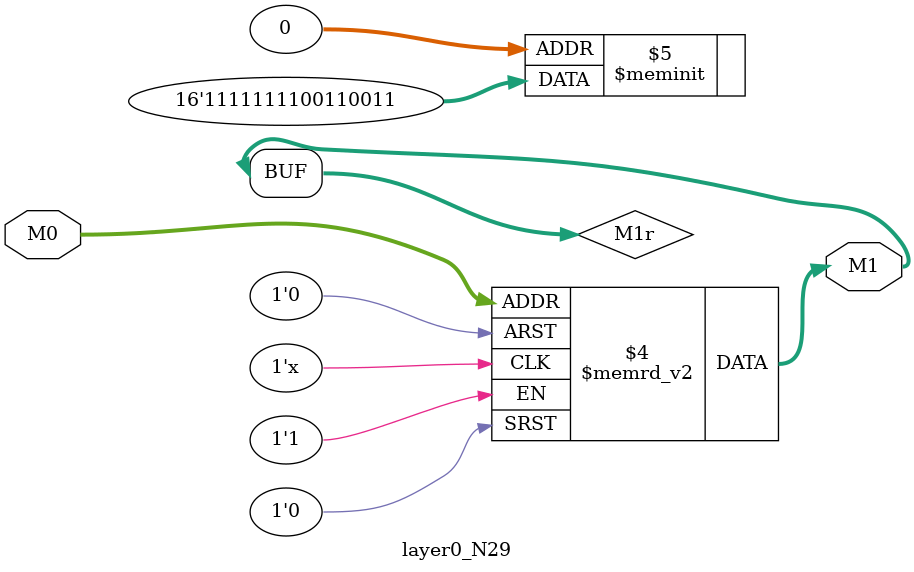
<source format=v>
module layer0_N29 ( input [2:0] M0, output [1:0] M1 );

	(*rom_style = "distributed" *) reg [1:0] M1r;
	assign M1 = M1r;
	always @ (M0) begin
		case (M0)
			3'b000: M1r = 2'b11;
			3'b100: M1r = 2'b11;
			3'b010: M1r = 2'b11;
			3'b110: M1r = 2'b11;
			3'b001: M1r = 2'b00;
			3'b101: M1r = 2'b11;
			3'b011: M1r = 2'b00;
			3'b111: M1r = 2'b11;

		endcase
	end
endmodule

</source>
